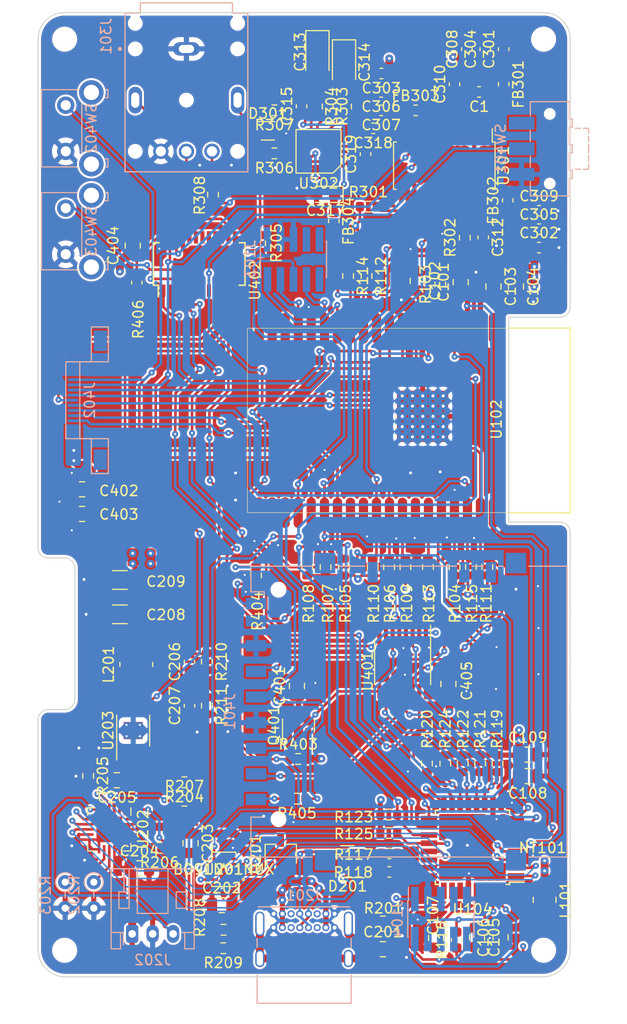
<source format=kicad_pcb>
(kicad_pcb (version 20221018) (generator pcbnew)

  (general
    (thickness 1.566672)
  )

  (paper "A4")
  (layers
    (0 "F.Cu" signal)
    (1 "In1.Cu" signal)
    (2 "In2.Cu" signal)
    (31 "B.Cu" signal)
    (32 "B.Adhes" user "B.Adhesive")
    (33 "F.Adhes" user "F.Adhesive")
    (34 "B.Paste" user)
    (35 "F.Paste" user)
    (36 "B.SilkS" user "B.Silkscreen")
    (37 "F.SilkS" user "F.Silkscreen")
    (38 "B.Mask" user)
    (39 "F.Mask" user)
    (40 "Dwgs.User" user "User.Drawings")
    (41 "Cmts.User" user "User.Comments")
    (42 "Eco1.User" user "User.Eco1")
    (43 "Eco2.User" user "User.Eco2")
    (44 "Edge.Cuts" user)
    (45 "Margin" user)
    (46 "B.CrtYd" user "B.Courtyard")
    (47 "F.CrtYd" user "F.Courtyard")
    (48 "B.Fab" user)
    (49 "F.Fab" user)
    (50 "User.1" user)
    (51 "User.2" user)
    (52 "User.3" user)
    (53 "User.4" user)
    (54 "User.5" user)
    (55 "User.6" user)
    (56 "User.7" user)
    (57 "User.8" user)
    (58 "User.9" user)
  )

  (setup
    (stackup
      (layer "F.SilkS" (type "Top Silk Screen") (color "White"))
      (layer "F.Paste" (type "Top Solder Paste"))
      (layer "F.Mask" (type "Top Solder Mask") (color "Purple") (thickness 0.0254))
      (layer "F.Cu" (type "copper") (thickness 0.04318))
      (layer "dielectric 1" (type "prepreg") (thickness 0.202184) (material "FR408-HR") (epsilon_r 3.69) (loss_tangent 0.0091))
      (layer "In1.Cu" (type "copper") (thickness 0.017272))
      (layer "dielectric 2" (type "core") (thickness 0.9906) (material "FR408-HR") (epsilon_r 3.69) (loss_tangent 0.0091))
      (layer "In2.Cu" (type "copper") (thickness 0.017272))
      (layer "dielectric 3" (type "prepreg") (thickness 0.202184) (material "FR408-HR") (epsilon_r 3.69) (loss_tangent 0.0091))
      (layer "B.Cu" (type "copper") (thickness 0.04318))
      (layer "B.Mask" (type "Bottom Solder Mask") (color "Purple") (thickness 0.0254))
      (layer "B.Paste" (type "Bottom Solder Paste"))
      (layer "B.SilkS" (type "Bottom Silk Screen") (color "White"))
      (copper_finish "ENIG")
      (dielectric_constraints no)
    )
    (pad_to_mask_clearance 0.0508)
    (pcbplotparams
      (layerselection 0x00010fc_ffffffff)
      (plot_on_all_layers_selection 0x0000000_00000000)
      (disableapertmacros false)
      (usegerberextensions true)
      (usegerberattributes true)
      (usegerberadvancedattributes true)
      (creategerberjobfile true)
      (dashed_line_dash_ratio 12.000000)
      (dashed_line_gap_ratio 3.000000)
      (svgprecision 6)
      (plotframeref false)
      (viasonmask false)
      (mode 1)
      (useauxorigin false)
      (hpglpennumber 1)
      (hpglpenspeed 20)
      (hpglpendiameter 15.000000)
      (dxfpolygonmode true)
      (dxfimperialunits true)
      (dxfusepcbnewfont true)
      (psnegative false)
      (psa4output false)
      (plotreference true)
      (plotvalue true)
      (plotinvisibletext false)
      (sketchpadsonfab false)
      (subtractmaskfromsilk false)
      (outputformat 1)
      (mirror false)
      (drillshape 0)
      (scaleselection 1)
      (outputdirectory "gerbers")
    )
  )

  (net 0 "")
  (net 1 "GND")
  (net 2 "/ESP_EN")
  (net 3 "Net-(U104-VDDCORE)")
  (net 4 "BAT_LEVEL")
  (net 5 "Net-(J201-SHIELD)")
  (net 6 "/Power/SYS_POWER")
  (net 7 "Net-(U203-FB)")
  (net 8 "Net-(U301-VNEG)")
  (net 9 "Net-(U301-CAPP)")
  (net 10 "Net-(U301-CAPM)")
  (net 11 "Net-(U301-LDOO)")
  (net 12 "Net-(U301-OUTL)")
  (net 13 "Net-(U301-OUTR)")
  (net 14 "Net-(C314-Pad2)")
  (net 15 "Net-(U302-CCP+)")
  (net 16 "Net-(U302-CCP-)")
  (net 17 "USB.DP")
  (net 18 "USB.DN")
  (net 19 "Net-(U302-L_OUT)")
  (net 20 "Net-(U302-R_OUT)")
  (net 21 "Net-(U301-CPVDD)")
  (net 22 "Net-(U301-DVDD)")
  (net 23 "Net-(U301-AVDD)")
  (net 24 "~{3.5mm_DETECT}")
  (net 25 "Net-(J301-Pad6)")
  (net 26 "/JTAG.TMS")
  (net 27 "/JTAG.TCK")
  (net 28 "/JTAG.TDO")
  (net 29 "unconnected-(J103-UART_TX-Pad7)")
  (net 30 "/JTAG.TDI")
  (net 31 "unconnected-(J103-UART_RX-Pad9)")
  (net 32 "unconnected-(J103-nRst-Pad10)")
  (net 33 "Net-(L201-Pad1)")
  (net 34 "/SWD.SWDIO")
  (net 35 "/SWD.SWCLK")
  (net 36 "unconnected-(J104-TDO-Pad6)")
  (net 37 "unconnected-(J104-UART_TX-Pad7)")
  (net 38 "unconnected-(J104-TDI-Pad8)")
  (net 39 "/SWD.RESET")
  (net 40 "Net-(J201-CC1)")
  (net 41 "unconnected-(J201-SBU1-PadA8)")
  (net 42 "Net-(J201-CC2)")
  (net 43 "unconnected-(J201-SBU2-PadB8)")
  (net 44 "/Power/NTC")
  (net 45 "Net-(J401-CD{slash}DAT3)")
  (net 46 "~{CHG_PWR_OK}")
  (net 47 "Net-(J401-CMD)")
  (net 48 "Net-(J401-CLK)")
  (net 49 "Net-(J401-DAT0)")
  (net 50 "Net-(J401-DAT1)")
  (net 51 "Net-(J401-DAT2)")
  (net 52 "I2C.SCL")
  (net 53 "/Power/VBUS_RAW")
  (net 54 "I2C.SDA")
  (net 55 "ESP_SPI.PICO")
  (net 56 "/Peripherals/~{DISPLAY_RST}")
  (net 57 "ESP_SPI.SCLK")
  (net 58 "ESP_SPI.DISPLAY_CS")
  (net 59 "DISPLAY_LED_EN")
  (net 60 "DAC.SCK")
  (net 61 "/ESP_BOOT")
  (net 62 "Net-(Q201-G)")
  (net 63 "~{SD_VDD_EN}")
  (net 64 "/UART.ESP.TX")
  (net 65 "ESP_SPI.POCI")
  (net 66 "DAC.DATA")
  (net 67 "DAC.BCK")
  (net 68 "ESP_SPI.SD_CS")
  (net 69 "DAC.LRCK")
  (net 70 "Net-(U104-USB.DM)")
  (net 71 "Net-(U104-USB.DP)")
  (net 72 "SAMD_SPI.POCI")
  (net 73 "/UART.ESP.RX")
  (net 74 "SAMD_SPI.CS")
  (net 75 "SAMD_SPI.PICO")
  (net 76 "/~{SAMD_INT}")
  (net 77 "SAMD_SPI.SCLK")
  (net 78 "CHG_SEL")
  (net 79 "Net-(U202-PROG1)")
  (net 80 "Net-(U202-PROG3)")
  (net 81 "Net-(U202-VPCC)")
  (net 82 "Net-(U202-PROG2)")
  (net 83 "Net-(U202-CE)")
  (net 84 "Net-(U301-MODE2{slash}MS)")
  (net 85 "Net-(U301-XSMT)")
  (net 86 "Net-(U302-L_IN)")
  (net 87 "Net-(U302-R_IN)")
  (net 88 "AMP_EN")
  (net 89 "/Power/VBUS_SWITCHED")
  (net 90 "~{GPIO_INT}")
  (net 91 "/Peripherals/KEY_VOL_UP")
  (net 92 "/Peripherals/KEY_VOL_DOWN")
  (net 93 "unconnected-(U102-I39{slash}NOINT-Pad5)")
  (net 94 "Net-(C313-Pad2)")
  (net 95 "unconnected-(U102-SHD{slash}SD2-Pad17)")
  (net 96 "unconnected-(U102-SWP{slash}SD3-Pad18)")
  (net 97 "unconnected-(U102-SCS{slash}CMD-Pad19)")
  (net 98 "unconnected-(U102-SCK{slash}CLK-Pad20)")
  (net 99 "unconnected-(U102-SDO{slash}SD0-Pad21)")
  (net 100 "unconnected-(U102-SDI{slash}SD1-Pad22)")
  (net 101 "unconnected-(U102-IO16-Pad27)")
  (net 102 "unconnected-(U102-IO17-Pad28)")
  (net 103 "unconnected-(U102-NC-Pad32)")
  (net 104 "USB_TCC0")
  (net 105 "USB_TCC1")
  (net 106 "unconnected-(U104-SERCOM3.1-Pad22)")
  (net 107 "unconnected-(U201-ORIENT-Pad8)")
  (net 108 "unconnected-(U201-SWMONI-Pad9)")
  (net 109 "Net-(U401E-S)")
  (net 110 "KEY_LOCK")
  (net 111 "Net-(U401E-~{OE})")
  (net 112 "CHG_STAT1")
  (net 113 "CHG_STAT2")
  (net 114 "unconnected-(U402-IO1_2-Pad15)")
  (net 115 "~{3V3_MODE}")
  (net 116 "~{TOUCH_INT}")
  (net 117 "DISPLAY_DR")
  (net 118 "unconnected-(U402-IO1_3-Pad16)")
  (net 119 "unconnected-(U402-IO1_4-Pad17)")
  (net 120 "unconnected-(U402-IO1_5-Pad18)")
  (net 121 "unconnected-(U402-IO1_6-Pad19)")
  (net 122 "unconnected-(U402-IO1_7-Pad20)")
  (net 123 "Net-(J202-Pin_1)")
  (net 124 "+3V3")
  (net 125 "unconnected-(U104-PA27-Pad25)")
  (net 126 "unconnected-(U104-PA28-Pad27)")
  (net 127 "unconnected-(SW401-A-Pad1)")
  (net 128 "Net-(#FLG0101-pwr)")
  (net 129 "Net-(#FLG0302-pwr)")
  (net 130 "Net-(#FLG0301-pwr)")
  (net 131 "Net-(#FLG0401-pwr)")

  (footprint "Capacitor_Tantalum_SMD:CP_EIA-2012-12_Kemet-R" (layer "F.Cu") (at 145.6 69.2 180))

  (footprint "Capacitor_SMD:C_0805_2012Metric" (layer "F.Cu") (at 158.8 77.775 90))

  (footprint "Package_TO_SOT_SMD:TSOT-23" (layer "F.Cu") (at 141.2 133.6 90))

  (footprint "Resistor_SMD:R_0603_1608Metric" (layer "F.Cu") (at 145.6 105.6 90))

  (footprint "MountingHole:MountingHole_2.2mm_M2" (layer "F.Cu") (at 166.9 143))

  (footprint "Capacitor_SMD:C_0805_2012Metric" (layer "F.Cu") (at 151.2 142.9))

  (footprint "Capacitor_SMD:C_0603_1608Metric" (layer "F.Cu") (at 132.3 114.825 90))

  (footprint "Resistor_SMD:R_0603_1608Metric" (layer "F.Cu") (at 142.925 124.325))

  (footprint "Capacitor_SMD:C_0805_2012Metric" (layer "F.Cu") (at 125.2 126.4 180))

  (footprint "Resistor_SMD:R_0603_1608Metric" (layer "F.Cu") (at 159.2 73.425 90))

  (footprint "Resistor_SMD:R_0603_1608Metric" (layer "F.Cu") (at 147.6 60.625 90))

  (footprint "Resistor_SMD:R_0603_1608Metric" (layer "F.Cu") (at 140.6 65.2 180))

  (footprint "Package_DFN_QFN:QFN-20-1EP_4x4mm_P0.5mm_EP2.5x2.5mm" (layer "F.Cu") (at 124.4625 131.2 -90))

  (footprint "Package_TO_SOT_SMD:SOT-23" (layer "F.Cu") (at 142.95 121.0625 90))

  (footprint "Capacitor_SMD:C_0805_2012Metric" (layer "F.Cu") (at 127.4 135))

  (footprint "Package_SO:SSOP-24_3.9x8.7mm_P0.635mm" (layer "F.Cu") (at 133.2475 76 90))

  (footprint "Resistor_SMD:R_0603_1608Metric" (layer "F.Cu") (at 151.775 129.75))

  (footprint "Resistor_SMD:R_0603_1608Metric" (layer "F.Cu") (at 156.8 78 90))

  (footprint "Capacitor_SMD:C_0603_1608Metric" (layer "F.Cu") (at 160.6 59.2 180))

  (footprint "Capacitor_SMD:C_0603_1608Metric" (layer "F.Cu") (at 161.2 55.025 90))

  (footprint "Capacitor_SMD:C_0805_2012Metric" (layer "F.Cu") (at 154.6 77.65 -90))

  (footprint "Capacitor_SMD:C_0603_1608Metric" (layer "F.Cu") (at 151.825 135.35 180))

  (footprint "Capacitor_SMD:C_0603_1608Metric" (layer "F.Cu") (at 151.025 61 180))

  (footprint "Resistor_SMD:R_0603_1608Metric" (layer "F.Cu") (at 149.6 77.175 -90))

  (footprint "Capacitor_SMD:C_0603_1608Metric" (layer "F.Cu") (at 127.155 77.825 -90))

  (footprint "Resistor_SMD:R_0603_1608Metric" (layer "F.Cu") (at 140.6 61 180))

  (footprint "Resistor_SMD:R_0603_1608Metric" (layer "F.Cu") (at 161.4 105.575 90))

  (footprint "Resistor_SMD:R_0603_1608Metric" (layer "F.Cu") (at 138.8 106.4 -90))

  (footprint "Capacitor_SMD:C_0603_1608Metric" (layer "F.Cu") (at 143.25 60.6 90))

  (footprint "Capacitor_SMD:C_0805_2012Metric" (layer "F.Cu") (at 121.8 100.4 180))

  (footprint "Capacitor_SMD:C_0603_1608Metric" (layer "F.Cu") (at 161 73.4 -90))

  (footprint "footprints:BD91N01NUX-E2" (layer "F.Cu") (at 135.6475 135.099874 180))

  (footprint "Capacitor_SMD:C_0805_2012Metric" (layer "F.Cu") (at 156.4 141.8 90))

  (footprint "Capacitor_SMD:C_1206_3216Metric" (layer "F.Cu") (at 125.5 106.85 180))

  (footprint "Inductor_SMD:L_0603_1608Metric" (layer "F.Cu") (at 154.4 61))

  (footprint "Capacitor_SMD:C_0805_2012Metric" (layer "F.Cu")
    (tstamp 531baaf0-9947-451b-91af-79575ef1fb0b)
    (at 142.8 117.2 90)
    (descr "Capacitor SMD 0805 (2012 Metric), square (rectangular) end terminal, IPC_7351 nominal, (Body size source: IPC-SM-782 page 76, https://www.pcb-3d.com/wordpress/wp-content/uploads/ipc-sm-782a_amendment_1_and_2.pdf, https://docs.google.com/spreadsheets/d/1BsfQQcO9C6DZCsRaXUlFlo91Tg2WpOkGARC1WS5S8t0/edit?usp=sharing), generated with kicad-footprint-generator")
    (tags "capacitor")
    (property "MPN" "EMK212ABJ106KG-T")
    (property "PN" "")
    (property "Sheetfile" "peripherals.kicad_sch")
    (property "Sheetname" "Peripherals")
    (property "ki_description" "Unpolarized capacitor, small symbol")
    (property "ki_keywords" "capacitor cap")
    (path "/a46377c2-b5e0-47a0-ab83-f2feb3bc1f6a/ee566ee9-dbe4-45e3-aff5-49d3d41ecb18")
    (attr smd)
    (fp_text reference "C401" (at 0 -1.68 90) (layer "F.SilkS")
        (effects (font (size 1 1) (thickness 0.15)))
      (tstamp 6f8cfbae-9abc-40ff-b256-e74803e90885)
    )
    (fp_text value "10uF" (at 0 1.68 90) (layer "F.Fab")
        (effects (font (size 1 1) (thickness 0.15)))
      (tstamp 4675c8a7-40af-43cd-b08d-5c0e13075b58)
    )
    (fp_text user "${REFERENCE}" (at 0 0 90) (layer "F.Fab")
        (effects (font (size 0.5 0.5) (thickness 0.08)))
      (tstamp ca28e57a-c33e-489d-9d33-c8206086af94)
    )
    (fp_line (start -0.261252 -0.735) (end 0.261252 -0.735)
      (stroke (width 0.12) (type solid)) (layer "F.SilkS") (tstamp 61f745f5-5a2f-46e0-8de2-520697133a02))
    (fp_line (start -0.261252 0.735) (end 0.261252 0.735)
      (stroke (width 0.12) (type solid)) (layer "F.SilkS") (tstamp fb68eba9-00e8-4a32-8650-8a17015de220))
    (fp_line (start -1.7 -0.98) (end 1.7 -0.98)
      (stroke (width 0.05) (type solid)) (layer "F.CrtYd") (tstamp 4339406a-08cc-4725-b8e3-67819c1268a0))
    (fp_line (start -1.7 0.98) (end -1.7 -0.98)
      (stroke (width 0.05) (type solid)) (layer "F.CrtYd") (tstamp adc4f383-d7de-49c6-ae78-b386274ba4fc))
    (fp_line (start 1.7 -0.98) (end 1.7 0.98)
      (stroke (width 0.05) (type solid)) (layer "F.CrtYd") (tstamp 6afa2820-7ea7-4d75-83fd-0f74d59b31ac))
    (fp_line (start 1.7 0.98) (end -1.7 0.98)
      (stroke (width 0.05) (type solid)) (layer "F.CrtYd") (tstamp 4d925339-cf32-4952-a48d-c1859ec97658))
    (fp_line (start -1 -0.625) (end 1 -0.625)
      (stroke (width 0.1) (type solid)) (layer "F.Fab") (tstamp a39667f9-e6b0-48a8-822f-008a8170bb23))
    (fp_line (start -1 0.625) (end -1 -0.625)
      (stroke (width 0.1) (type solid)) (layer "F.Fab") (tstamp 8200771e-82f8-4301-aff8-bcef893fa753))
    (fp_line (start 1 -0.625) (end 1 0.625)
      (stroke (width 0.1) (type solid)) (layer "F.Fab") (tstamp 1a4f5f30-3d44-433b-8448-73952eb644e1))
    (fp_line (start 1 0.625) (end -1 0.625)
      (stroke (width 0.1) (type solid)) (layer "F.Fab") (tstamp 8479002e-e3fe-4984-a198-2e08336daf28))
    (pad "1" smd roundrect (at -0.95 0 90) (size 1 1.45) (layers "F.Cu" "F.Paste" "F.Mask") (roundrect_rratio 0.25)
      (net 131 "Net-(#FLG0401-pwr)") (pintype "passive") (tstamp 7820c3b8-2db9-4ca1-8bb8-aa616a9bc287))
    (pad "2" smd roundrect (at 0.95 0 90) (size 1 1.45) (layers "F.Cu" "F.Paste" "F.Mask") (roundrect_rratio 0.25)
      (net 1 "GND") (pintype "pass
... [3314307 chars truncated]
</source>
